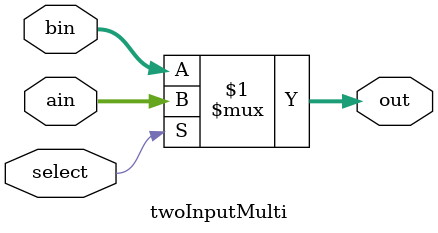
<source format=v>

module datapath(clk,readnum,vsel,loada,loadb,shift,asel,bsel,ALUop,loadc,loads,writenum,write,sximm8,sximm5,PC,mdata,sximmsel,Z_out,V_out,N_out,datapath_out);
input clk,loada,loadb,asel,bsel,loadc,loads,write;
input [3:0]vsel;
input [2:0]readnum,writenum;
input [1:0]shift,ALUop;
input [15:0] mdata,sximm8,sximm5; 
input [7:0]  PC;

input sximmsel;
output [15:0]datapath_out;
output Z_out,N_out,V_out;

wire [15:0] stalewire2=sximmsel?sximm8:sximm5;
wire [15:0]regfile_out;
wire [15:0] data_in,data_out,Aregout,Bregout,shifter_out,stalewire1,Ain,Bin,alu_out,feedback;
wire alu_z;
wire det=(ALUop==2'b01)?~Bin[15]:Bin[15];
wire [15:0] combinedPC={8'b00000000,PC};
wire overflow=(Ain[15]~^det)&(alu_out[15]^Ain[15]);
wire [2:0]stat={alu_z,overflow,alu_out[15]};
assign stalewire1=16'b0;
assign feedback=datapath_out;
assign data_out=vsel[2]?data_in:regfile_out;//changes the input pattern by putting data directly into dataout not through registers.


fourInputMulti mult1(mdata,sximm8,combinedPC,feedback,vsel,data_in);
regfile REGFILE(data_in,writenum,write,readnum,clk,regfile_out);
register A(clk,loada,data_out,Aregout);
register B(clk,loadb,data_out,Bregout);
shifter U1(Bregout,shift,shifter_out);
twoInputMulti mult2(stalewire1,Aregout,asel,Ain);
twoInputMulti mult3(stalewire2,shifter_out,bsel,Bin);
ALU U2(Ain,Bin,ALUop,alu_out,alu_z);
register C(clk,loadc,alu_out,datapath_out);
register #(3)reg4(clk,loads,stat,{Z_out,V_out,N_out});
endmodule

module fourInputMulti(ain,bin,cin,din,select,out);
 input [15:0]ain,bin,cin,din;
 input [3:0]select;
 output [15:0] out;
 assign out=({16{select[0]}}&ain)|
({16{select[1]}}&bin)|
({16{select[2]}}&cin)|
({16{select[3]}}&din);

endmodule

module twoInputMulti(ain,bin,select,out);
 input [15:0]ain,bin;
 input select;
 output [15:0] out;

 assign out=select?ain:bin;

endmodule



</source>
